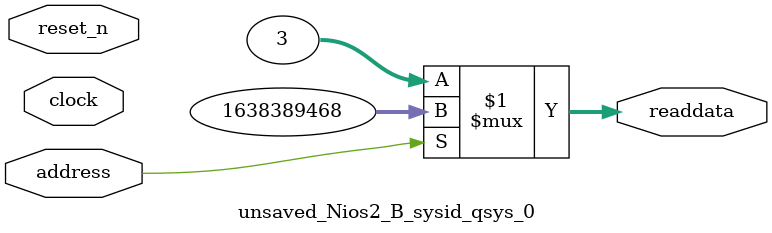
<source format=v>



// synthesis translate_off
`timescale 1ns / 1ps
// synthesis translate_on

// turn off superfluous verilog processor warnings 
// altera message_level Level1 
// altera message_off 10034 10035 10036 10037 10230 10240 10030 

module unsaved_Nios2_B_sysid_qsys_0 (
               // inputs:
                address,
                clock,
                reset_n,

               // outputs:
                readdata
             )
;

  output  [ 31: 0] readdata;
  input            address;
  input            clock;
  input            reset_n;

  wire    [ 31: 0] readdata;
  //control_slave, which is an e_avalon_slave
  assign readdata = address ? 1638389468 : 3;

endmodule



</source>
